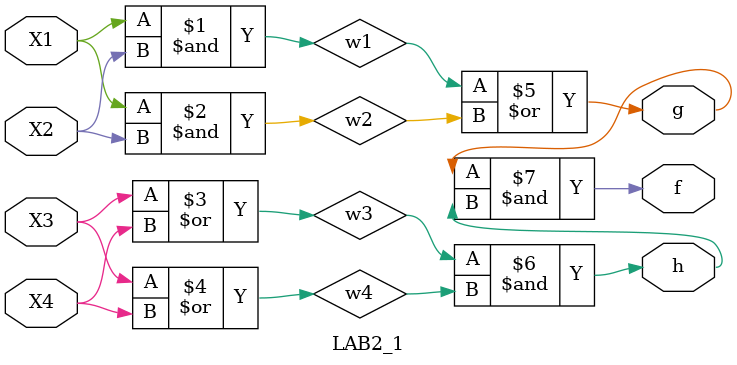
<source format=v>
module LAB2_1(X1,X2,X3,X4,g,f,h);
    input X1,X2,X3,X4;
    output g,f,h;
    wire w1,w2,w3,w4;

    assign w1 = X1 & X2;
    assign w2 = X1 & X2;
    assign w3 = X3 | X4;
    assign w4 = X3 | X4;
    assign g = w1 | w2;
    assign h = w3 & w4;
    assign f = g & h;

endmodule
</source>
